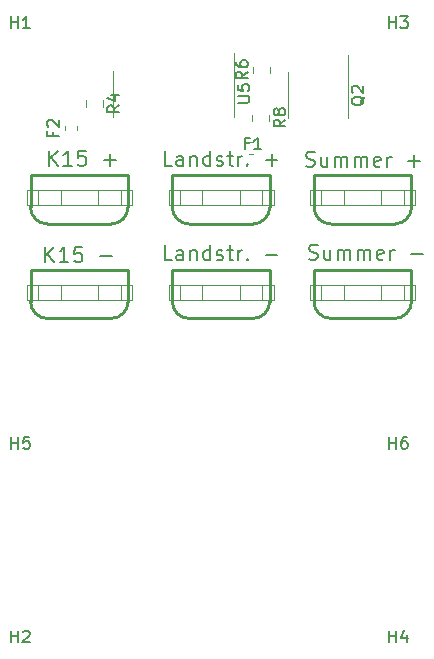
<source format=gbr>
%TF.GenerationSoftware,KiCad,Pcbnew,(5.1.5)-3*%
%TF.CreationDate,2021-03-01T19:21:26+01:00*%
%TF.ProjectId,LandstromWarnung,4c616e64-7374-4726-9f6d-5761726e756e,rev?*%
%TF.SameCoordinates,Original*%
%TF.FileFunction,Legend,Top*%
%TF.FilePolarity,Positive*%
%FSLAX46Y46*%
G04 Gerber Fmt 4.6, Leading zero omitted, Abs format (unit mm)*
G04 Created by KiCad (PCBNEW (5.1.5)-3) date 2021-03-01 19:21:26*
%MOMM*%
%LPD*%
G04 APERTURE LIST*
%ADD10C,0.254000*%
%ADD11C,0.066040*%
%ADD12C,0.120000*%
%ADD13C,0.150000*%
G04 APERTURE END LIST*
D10*
%TO.C,J3*%
X37872500Y-32800100D02*
G75*
G03X39294900Y-34222500I1422400J0D01*
G01*
X44705100Y-34222500D02*
G75*
G03X46127500Y-32800100I0J1422400D01*
G01*
X37872500Y-32800100D02*
X37872500Y-30095000D01*
X44705100Y-34222500D02*
X39294900Y-34222500D01*
X46127500Y-30095000D02*
X46127500Y-32800100D01*
X37872500Y-30095000D02*
X46127500Y-30095000D01*
D11*
X40412500Y-32635000D02*
X40412500Y-31365000D01*
X40412500Y-31365000D02*
X43587500Y-31365000D01*
X43587500Y-32635000D02*
X43587500Y-31365000D01*
X40412500Y-32635000D02*
X43587500Y-32635000D01*
X45492500Y-32635000D02*
X45492500Y-31365000D01*
X45492500Y-31365000D02*
X46445000Y-31365000D01*
X46445000Y-32635000D02*
X46445000Y-31365000D01*
X45492500Y-32635000D02*
X46445000Y-32635000D01*
X37555000Y-32635000D02*
X37555000Y-31365000D01*
X37555000Y-31365000D02*
X38507500Y-31365000D01*
X38507500Y-32635000D02*
X38507500Y-31365000D01*
X37555000Y-32635000D02*
X38507500Y-32635000D01*
X43587500Y-32635000D02*
X43587500Y-31365000D01*
X43587500Y-31365000D02*
X45492500Y-31365000D01*
X45492500Y-32635000D02*
X45492500Y-31365000D01*
X43587500Y-32635000D02*
X45492500Y-32635000D01*
X38507500Y-32635000D02*
X38507500Y-31365000D01*
X38507500Y-31365000D02*
X40412500Y-31365000D01*
X40412500Y-32635000D02*
X40412500Y-31365000D01*
X38507500Y-32635000D02*
X40412500Y-32635000D01*
D10*
%TO.C,J7*%
X25872500Y-24800100D02*
G75*
G03X27294900Y-26222500I1422400J0D01*
G01*
X32705100Y-26222500D02*
G75*
G03X34127500Y-24800100I0J1422400D01*
G01*
X25872500Y-24800100D02*
X25872500Y-22095000D01*
X32705100Y-26222500D02*
X27294900Y-26222500D01*
X34127500Y-22095000D02*
X34127500Y-24800100D01*
X25872500Y-22095000D02*
X34127500Y-22095000D01*
D11*
X28412500Y-24635000D02*
X28412500Y-23365000D01*
X28412500Y-23365000D02*
X31587500Y-23365000D01*
X31587500Y-24635000D02*
X31587500Y-23365000D01*
X28412500Y-24635000D02*
X31587500Y-24635000D01*
X33492500Y-24635000D02*
X33492500Y-23365000D01*
X33492500Y-23365000D02*
X34445000Y-23365000D01*
X34445000Y-24635000D02*
X34445000Y-23365000D01*
X33492500Y-24635000D02*
X34445000Y-24635000D01*
X25555000Y-24635000D02*
X25555000Y-23365000D01*
X25555000Y-23365000D02*
X26507500Y-23365000D01*
X26507500Y-24635000D02*
X26507500Y-23365000D01*
X25555000Y-24635000D02*
X26507500Y-24635000D01*
X31587500Y-24635000D02*
X31587500Y-23365000D01*
X31587500Y-23365000D02*
X33492500Y-23365000D01*
X33492500Y-24635000D02*
X33492500Y-23365000D01*
X31587500Y-24635000D02*
X33492500Y-24635000D01*
X26507500Y-24635000D02*
X26507500Y-23365000D01*
X26507500Y-23365000D02*
X28412500Y-23365000D01*
X28412500Y-24635000D02*
X28412500Y-23365000D01*
X26507500Y-24635000D02*
X28412500Y-24635000D01*
D10*
%TO.C,J8*%
X25872500Y-32800100D02*
G75*
G03X27294900Y-34222500I1422400J0D01*
G01*
X32705100Y-34222500D02*
G75*
G03X34127500Y-32800100I0J1422400D01*
G01*
X25872500Y-32800100D02*
X25872500Y-30095000D01*
X32705100Y-34222500D02*
X27294900Y-34222500D01*
X34127500Y-30095000D02*
X34127500Y-32800100D01*
X25872500Y-30095000D02*
X34127500Y-30095000D01*
D11*
X28412500Y-32635000D02*
X28412500Y-31365000D01*
X28412500Y-31365000D02*
X31587500Y-31365000D01*
X31587500Y-32635000D02*
X31587500Y-31365000D01*
X28412500Y-32635000D02*
X31587500Y-32635000D01*
X33492500Y-32635000D02*
X33492500Y-31365000D01*
X33492500Y-31365000D02*
X34445000Y-31365000D01*
X34445000Y-32635000D02*
X34445000Y-31365000D01*
X33492500Y-32635000D02*
X34445000Y-32635000D01*
X25555000Y-32635000D02*
X25555000Y-31365000D01*
X25555000Y-31365000D02*
X26507500Y-31365000D01*
X26507500Y-32635000D02*
X26507500Y-31365000D01*
X25555000Y-32635000D02*
X26507500Y-32635000D01*
X31587500Y-32635000D02*
X31587500Y-31365000D01*
X31587500Y-31365000D02*
X33492500Y-31365000D01*
X33492500Y-32635000D02*
X33492500Y-31365000D01*
X31587500Y-32635000D02*
X33492500Y-32635000D01*
X26507500Y-32635000D02*
X26507500Y-31365000D01*
X26507500Y-31365000D02*
X28412500Y-31365000D01*
X28412500Y-32635000D02*
X28412500Y-31365000D01*
X26507500Y-32635000D02*
X28412500Y-32635000D01*
D10*
%TO.C,J9*%
X13872500Y-24800100D02*
G75*
G03X15294900Y-26222500I1422400J0D01*
G01*
X20705100Y-26222500D02*
G75*
G03X22127500Y-24800100I0J1422400D01*
G01*
X13872500Y-24800100D02*
X13872500Y-22095000D01*
X20705100Y-26222500D02*
X15294900Y-26222500D01*
X22127500Y-22095000D02*
X22127500Y-24800100D01*
X13872500Y-22095000D02*
X22127500Y-22095000D01*
D11*
X16412500Y-24635000D02*
X16412500Y-23365000D01*
X16412500Y-23365000D02*
X19587500Y-23365000D01*
X19587500Y-24635000D02*
X19587500Y-23365000D01*
X16412500Y-24635000D02*
X19587500Y-24635000D01*
X21492500Y-24635000D02*
X21492500Y-23365000D01*
X21492500Y-23365000D02*
X22445000Y-23365000D01*
X22445000Y-24635000D02*
X22445000Y-23365000D01*
X21492500Y-24635000D02*
X22445000Y-24635000D01*
X13555000Y-24635000D02*
X13555000Y-23365000D01*
X13555000Y-23365000D02*
X14507500Y-23365000D01*
X14507500Y-24635000D02*
X14507500Y-23365000D01*
X13555000Y-24635000D02*
X14507500Y-24635000D01*
X19587500Y-24635000D02*
X19587500Y-23365000D01*
X19587500Y-23365000D02*
X21492500Y-23365000D01*
X21492500Y-24635000D02*
X21492500Y-23365000D01*
X19587500Y-24635000D02*
X21492500Y-24635000D01*
X14507500Y-24635000D02*
X14507500Y-23365000D01*
X14507500Y-23365000D02*
X16412500Y-23365000D01*
X16412500Y-24635000D02*
X16412500Y-23365000D01*
X14507500Y-24635000D02*
X16412500Y-24635000D01*
D10*
%TO.C,J10*%
X13872500Y-32800100D02*
G75*
G03X15294900Y-34222500I1422400J0D01*
G01*
X20705100Y-34222500D02*
G75*
G03X22127500Y-32800100I0J1422400D01*
G01*
X13872500Y-32800100D02*
X13872500Y-30095000D01*
X20705100Y-34222500D02*
X15294900Y-34222500D01*
X22127500Y-30095000D02*
X22127500Y-32800100D01*
X13872500Y-30095000D02*
X22127500Y-30095000D01*
D11*
X16412500Y-32635000D02*
X16412500Y-31365000D01*
X16412500Y-31365000D02*
X19587500Y-31365000D01*
X19587500Y-32635000D02*
X19587500Y-31365000D01*
X16412500Y-32635000D02*
X19587500Y-32635000D01*
X21492500Y-32635000D02*
X21492500Y-31365000D01*
X21492500Y-31365000D02*
X22445000Y-31365000D01*
X22445000Y-32635000D02*
X22445000Y-31365000D01*
X21492500Y-32635000D02*
X22445000Y-32635000D01*
X13555000Y-32635000D02*
X13555000Y-31365000D01*
X13555000Y-31365000D02*
X14507500Y-31365000D01*
X14507500Y-32635000D02*
X14507500Y-31365000D01*
X13555000Y-32635000D02*
X14507500Y-32635000D01*
X19587500Y-32635000D02*
X19587500Y-31365000D01*
X19587500Y-31365000D02*
X21492500Y-31365000D01*
X21492500Y-32635000D02*
X21492500Y-31365000D01*
X19587500Y-32635000D02*
X21492500Y-32635000D01*
X14507500Y-32635000D02*
X14507500Y-31365000D01*
X14507500Y-31365000D02*
X16412500Y-31365000D01*
X16412500Y-32635000D02*
X16412500Y-31365000D01*
X14507500Y-32635000D02*
X16412500Y-32635000D01*
D10*
%TO.C,J11*%
X37872500Y-24800100D02*
G75*
G03X39294900Y-26222500I1422400J0D01*
G01*
X44705100Y-26222500D02*
G75*
G03X46127500Y-24800100I0J1422400D01*
G01*
X37872500Y-24800100D02*
X37872500Y-22095000D01*
X44705100Y-26222500D02*
X39294900Y-26222500D01*
X46127500Y-22095000D02*
X46127500Y-24800100D01*
X37872500Y-22095000D02*
X46127500Y-22095000D01*
D11*
X40412500Y-24635000D02*
X40412500Y-23365000D01*
X40412500Y-23365000D02*
X43587500Y-23365000D01*
X43587500Y-24635000D02*
X43587500Y-23365000D01*
X40412500Y-24635000D02*
X43587500Y-24635000D01*
X45492500Y-24635000D02*
X45492500Y-23365000D01*
X45492500Y-23365000D02*
X46445000Y-23365000D01*
X46445000Y-24635000D02*
X46445000Y-23365000D01*
X45492500Y-24635000D02*
X46445000Y-24635000D01*
X37555000Y-24635000D02*
X37555000Y-23365000D01*
X37555000Y-23365000D02*
X38507500Y-23365000D01*
X38507500Y-24635000D02*
X38507500Y-23365000D01*
X37555000Y-24635000D02*
X38507500Y-24635000D01*
X43587500Y-24635000D02*
X43587500Y-23365000D01*
X43587500Y-23365000D02*
X45492500Y-23365000D01*
X45492500Y-24635000D02*
X45492500Y-23365000D01*
X43587500Y-24635000D02*
X45492500Y-24635000D01*
X38507500Y-24635000D02*
X38507500Y-23365000D01*
X38507500Y-23365000D02*
X40412500Y-23365000D01*
X40412500Y-24635000D02*
X40412500Y-23365000D01*
X38507500Y-24635000D02*
X40412500Y-24635000D01*
D12*
%TO.C,F2*%
X17782000Y-18292867D02*
X17782000Y-17950333D01*
X16762000Y-18292867D02*
X16762000Y-17950333D01*
%TO.C,F1*%
X32745467Y-19251200D02*
X32402933Y-19251200D01*
X32745467Y-20271200D02*
X32402933Y-20271200D01*
%TO.C,Q2*%
X35641600Y-15341600D02*
X35641600Y-17291600D01*
X35641600Y-15341600D02*
X35641600Y-13391600D01*
X40761600Y-15341600D02*
X40761600Y-17291600D01*
X40761600Y-15341600D02*
X40761600Y-11891600D01*
%TO.C,R4*%
X19988600Y-15766522D02*
X19988600Y-16283678D01*
X18568600Y-15766522D02*
X18568600Y-16283678D01*
%TO.C,R6*%
X32741800Y-13418078D02*
X32741800Y-12900922D01*
X34161800Y-13418078D02*
X34161800Y-12900922D01*
%TO.C,R8*%
X32640200Y-16964922D02*
X32640200Y-17482078D01*
X34060200Y-16964922D02*
X34060200Y-17482078D01*
%TO.C,U5*%
X20819600Y-15189200D02*
X20819600Y-17139200D01*
X20819600Y-15189200D02*
X20819600Y-13239200D01*
X31109600Y-15189200D02*
X31109600Y-17139200D01*
X31109600Y-15189200D02*
X31109600Y-11739200D01*
%TO.C,J3*%
D13*
X37452904Y-29190647D02*
X37634333Y-29251123D01*
X37936714Y-29251123D01*
X38057666Y-29190647D01*
X38118142Y-29130171D01*
X38178619Y-29009219D01*
X38178619Y-28888266D01*
X38118142Y-28767314D01*
X38057666Y-28706838D01*
X37936714Y-28646361D01*
X37694809Y-28585885D01*
X37573857Y-28525409D01*
X37513380Y-28464933D01*
X37452904Y-28343980D01*
X37452904Y-28223028D01*
X37513380Y-28102076D01*
X37573857Y-28041600D01*
X37694809Y-27981123D01*
X37997190Y-27981123D01*
X38178619Y-28041600D01*
X39267190Y-28404457D02*
X39267190Y-29251123D01*
X38722904Y-28404457D02*
X38722904Y-29069695D01*
X38783380Y-29190647D01*
X38904333Y-29251123D01*
X39085761Y-29251123D01*
X39206714Y-29190647D01*
X39267190Y-29130171D01*
X39871952Y-29251123D02*
X39871952Y-28404457D01*
X39871952Y-28525409D02*
X39932428Y-28464933D01*
X40053380Y-28404457D01*
X40234809Y-28404457D01*
X40355761Y-28464933D01*
X40416238Y-28585885D01*
X40416238Y-29251123D01*
X40416238Y-28585885D02*
X40476714Y-28464933D01*
X40597666Y-28404457D01*
X40779095Y-28404457D01*
X40900047Y-28464933D01*
X40960523Y-28585885D01*
X40960523Y-29251123D01*
X41565285Y-29251123D02*
X41565285Y-28404457D01*
X41565285Y-28525409D02*
X41625761Y-28464933D01*
X41746714Y-28404457D01*
X41928142Y-28404457D01*
X42049095Y-28464933D01*
X42109571Y-28585885D01*
X42109571Y-29251123D01*
X42109571Y-28585885D02*
X42170047Y-28464933D01*
X42291000Y-28404457D01*
X42472428Y-28404457D01*
X42593380Y-28464933D01*
X42653857Y-28585885D01*
X42653857Y-29251123D01*
X43742428Y-29190647D02*
X43621476Y-29251123D01*
X43379571Y-29251123D01*
X43258619Y-29190647D01*
X43198142Y-29069695D01*
X43198142Y-28585885D01*
X43258619Y-28464933D01*
X43379571Y-28404457D01*
X43621476Y-28404457D01*
X43742428Y-28464933D01*
X43802904Y-28585885D01*
X43802904Y-28706838D01*
X43198142Y-28827790D01*
X44347190Y-29251123D02*
X44347190Y-28404457D01*
X44347190Y-28646361D02*
X44407666Y-28525409D01*
X44468142Y-28464933D01*
X44589095Y-28404457D01*
X44710047Y-28404457D01*
X46101000Y-28767314D02*
X47068619Y-28767314D01*
%TO.C,J7*%
X25824542Y-21300923D02*
X25219780Y-21300923D01*
X25219780Y-20030923D01*
X26792161Y-21300923D02*
X26792161Y-20635685D01*
X26731685Y-20514733D01*
X26610733Y-20454257D01*
X26368828Y-20454257D01*
X26247876Y-20514733D01*
X26792161Y-21240447D02*
X26671209Y-21300923D01*
X26368828Y-21300923D01*
X26247876Y-21240447D01*
X26187400Y-21119495D01*
X26187400Y-20998542D01*
X26247876Y-20877590D01*
X26368828Y-20817114D01*
X26671209Y-20817114D01*
X26792161Y-20756638D01*
X27396923Y-20454257D02*
X27396923Y-21300923D01*
X27396923Y-20575209D02*
X27457400Y-20514733D01*
X27578352Y-20454257D01*
X27759780Y-20454257D01*
X27880733Y-20514733D01*
X27941209Y-20635685D01*
X27941209Y-21300923D01*
X29090257Y-21300923D02*
X29090257Y-20030923D01*
X29090257Y-21240447D02*
X28969304Y-21300923D01*
X28727400Y-21300923D01*
X28606447Y-21240447D01*
X28545971Y-21179971D01*
X28485495Y-21059019D01*
X28485495Y-20696161D01*
X28545971Y-20575209D01*
X28606447Y-20514733D01*
X28727400Y-20454257D01*
X28969304Y-20454257D01*
X29090257Y-20514733D01*
X29634542Y-21240447D02*
X29755495Y-21300923D01*
X29997400Y-21300923D01*
X30118352Y-21240447D01*
X30178828Y-21119495D01*
X30178828Y-21059019D01*
X30118352Y-20938066D01*
X29997400Y-20877590D01*
X29815971Y-20877590D01*
X29695019Y-20817114D01*
X29634542Y-20696161D01*
X29634542Y-20635685D01*
X29695019Y-20514733D01*
X29815971Y-20454257D01*
X29997400Y-20454257D01*
X30118352Y-20514733D01*
X30541685Y-20454257D02*
X31025495Y-20454257D01*
X30723114Y-20030923D02*
X30723114Y-21119495D01*
X30783590Y-21240447D01*
X30904542Y-21300923D01*
X31025495Y-21300923D01*
X31448828Y-21300923D02*
X31448828Y-20454257D01*
X31448828Y-20696161D02*
X31509304Y-20575209D01*
X31569780Y-20514733D01*
X31690733Y-20454257D01*
X31811685Y-20454257D01*
X32235019Y-21179971D02*
X32295495Y-21240447D01*
X32235019Y-21300923D01*
X32174542Y-21240447D01*
X32235019Y-21179971D01*
X32235019Y-21300923D01*
X33807400Y-20817114D02*
X34775019Y-20817114D01*
X34291209Y-21300923D02*
X34291209Y-20333304D01*
%TO.C,J8*%
X25827142Y-29297923D02*
X25222380Y-29297923D01*
X25222380Y-28027923D01*
X26794761Y-29297923D02*
X26794761Y-28632685D01*
X26734285Y-28511733D01*
X26613333Y-28451257D01*
X26371428Y-28451257D01*
X26250476Y-28511733D01*
X26794761Y-29237447D02*
X26673809Y-29297923D01*
X26371428Y-29297923D01*
X26250476Y-29237447D01*
X26190000Y-29116495D01*
X26190000Y-28995542D01*
X26250476Y-28874590D01*
X26371428Y-28814114D01*
X26673809Y-28814114D01*
X26794761Y-28753638D01*
X27399523Y-28451257D02*
X27399523Y-29297923D01*
X27399523Y-28572209D02*
X27460000Y-28511733D01*
X27580952Y-28451257D01*
X27762380Y-28451257D01*
X27883333Y-28511733D01*
X27943809Y-28632685D01*
X27943809Y-29297923D01*
X29092857Y-29297923D02*
X29092857Y-28027923D01*
X29092857Y-29237447D02*
X28971904Y-29297923D01*
X28730000Y-29297923D01*
X28609047Y-29237447D01*
X28548571Y-29176971D01*
X28488095Y-29056019D01*
X28488095Y-28693161D01*
X28548571Y-28572209D01*
X28609047Y-28511733D01*
X28730000Y-28451257D01*
X28971904Y-28451257D01*
X29092857Y-28511733D01*
X29637142Y-29237447D02*
X29758095Y-29297923D01*
X30000000Y-29297923D01*
X30120952Y-29237447D01*
X30181428Y-29116495D01*
X30181428Y-29056019D01*
X30120952Y-28935066D01*
X30000000Y-28874590D01*
X29818571Y-28874590D01*
X29697619Y-28814114D01*
X29637142Y-28693161D01*
X29637142Y-28632685D01*
X29697619Y-28511733D01*
X29818571Y-28451257D01*
X30000000Y-28451257D01*
X30120952Y-28511733D01*
X30544285Y-28451257D02*
X31028095Y-28451257D01*
X30725714Y-28027923D02*
X30725714Y-29116495D01*
X30786190Y-29237447D01*
X30907142Y-29297923D01*
X31028095Y-29297923D01*
X31451428Y-29297923D02*
X31451428Y-28451257D01*
X31451428Y-28693161D02*
X31511904Y-28572209D01*
X31572380Y-28511733D01*
X31693333Y-28451257D01*
X31814285Y-28451257D01*
X32237619Y-29176971D02*
X32298095Y-29237447D01*
X32237619Y-29297923D01*
X32177142Y-29237447D01*
X32237619Y-29176971D01*
X32237619Y-29297923D01*
X33810000Y-28814114D02*
X34777619Y-28814114D01*
%TO.C,J9*%
X15450457Y-21275523D02*
X15450457Y-20005523D01*
X16176171Y-21275523D02*
X15631885Y-20549809D01*
X16176171Y-20005523D02*
X15450457Y-20731238D01*
X17385695Y-21275523D02*
X16659980Y-21275523D01*
X17022838Y-21275523D02*
X17022838Y-20005523D01*
X16901885Y-20186952D01*
X16780933Y-20307904D01*
X16659980Y-20368380D01*
X18534742Y-20005523D02*
X17929980Y-20005523D01*
X17869504Y-20610285D01*
X17929980Y-20549809D01*
X18050933Y-20489333D01*
X18353314Y-20489333D01*
X18474266Y-20549809D01*
X18534742Y-20610285D01*
X18595219Y-20731238D01*
X18595219Y-21033619D01*
X18534742Y-21154571D01*
X18474266Y-21215047D01*
X18353314Y-21275523D01*
X18050933Y-21275523D01*
X17929980Y-21215047D01*
X17869504Y-21154571D01*
X20107123Y-20791714D02*
X21074742Y-20791714D01*
X20590933Y-21275523D02*
X20590933Y-20307904D01*
%TO.C,J10*%
X15120257Y-29454323D02*
X15120257Y-28184323D01*
X15845971Y-29454323D02*
X15301685Y-28728609D01*
X15845971Y-28184323D02*
X15120257Y-28910038D01*
X17055495Y-29454323D02*
X16329780Y-29454323D01*
X16692638Y-29454323D02*
X16692638Y-28184323D01*
X16571685Y-28365752D01*
X16450733Y-28486704D01*
X16329780Y-28547180D01*
X18204542Y-28184323D02*
X17599780Y-28184323D01*
X17539304Y-28789085D01*
X17599780Y-28728609D01*
X17720733Y-28668133D01*
X18023114Y-28668133D01*
X18144066Y-28728609D01*
X18204542Y-28789085D01*
X18265019Y-28910038D01*
X18265019Y-29212419D01*
X18204542Y-29333371D01*
X18144066Y-29393847D01*
X18023114Y-29454323D01*
X17720733Y-29454323D01*
X17599780Y-29393847D01*
X17539304Y-29333371D01*
X19776923Y-28970514D02*
X20744542Y-28970514D01*
%TO.C,J11*%
X37198904Y-21316647D02*
X37380333Y-21377123D01*
X37682714Y-21377123D01*
X37803666Y-21316647D01*
X37864142Y-21256171D01*
X37924619Y-21135219D01*
X37924619Y-21014266D01*
X37864142Y-20893314D01*
X37803666Y-20832838D01*
X37682714Y-20772361D01*
X37440809Y-20711885D01*
X37319857Y-20651409D01*
X37259380Y-20590933D01*
X37198904Y-20469980D01*
X37198904Y-20349028D01*
X37259380Y-20228076D01*
X37319857Y-20167600D01*
X37440809Y-20107123D01*
X37743190Y-20107123D01*
X37924619Y-20167600D01*
X39013190Y-20530457D02*
X39013190Y-21377123D01*
X38468904Y-20530457D02*
X38468904Y-21195695D01*
X38529380Y-21316647D01*
X38650333Y-21377123D01*
X38831761Y-21377123D01*
X38952714Y-21316647D01*
X39013190Y-21256171D01*
X39617952Y-21377123D02*
X39617952Y-20530457D01*
X39617952Y-20651409D02*
X39678428Y-20590933D01*
X39799380Y-20530457D01*
X39980809Y-20530457D01*
X40101761Y-20590933D01*
X40162238Y-20711885D01*
X40162238Y-21377123D01*
X40162238Y-20711885D02*
X40222714Y-20590933D01*
X40343666Y-20530457D01*
X40525095Y-20530457D01*
X40646047Y-20590933D01*
X40706523Y-20711885D01*
X40706523Y-21377123D01*
X41311285Y-21377123D02*
X41311285Y-20530457D01*
X41311285Y-20651409D02*
X41371761Y-20590933D01*
X41492714Y-20530457D01*
X41674142Y-20530457D01*
X41795095Y-20590933D01*
X41855571Y-20711885D01*
X41855571Y-21377123D01*
X41855571Y-20711885D02*
X41916047Y-20590933D01*
X42037000Y-20530457D01*
X42218428Y-20530457D01*
X42339380Y-20590933D01*
X42399857Y-20711885D01*
X42399857Y-21377123D01*
X43488428Y-21316647D02*
X43367476Y-21377123D01*
X43125571Y-21377123D01*
X43004619Y-21316647D01*
X42944142Y-21195695D01*
X42944142Y-20711885D01*
X43004619Y-20590933D01*
X43125571Y-20530457D01*
X43367476Y-20530457D01*
X43488428Y-20590933D01*
X43548904Y-20711885D01*
X43548904Y-20832838D01*
X42944142Y-20953790D01*
X44093190Y-21377123D02*
X44093190Y-20530457D01*
X44093190Y-20772361D02*
X44153666Y-20651409D01*
X44214142Y-20590933D01*
X44335095Y-20530457D01*
X44456047Y-20530457D01*
X45847000Y-20893314D02*
X46814619Y-20893314D01*
X46330809Y-21377123D02*
X46330809Y-20409504D01*
%TO.C,F2*%
X15770571Y-18454933D02*
X15770571Y-18788266D01*
X16294380Y-18788266D02*
X15294380Y-18788266D01*
X15294380Y-18312076D01*
X15389619Y-17978742D02*
X15342000Y-17931123D01*
X15294380Y-17835885D01*
X15294380Y-17597790D01*
X15342000Y-17502552D01*
X15389619Y-17454933D01*
X15484857Y-17407314D01*
X15580095Y-17407314D01*
X15722952Y-17454933D01*
X16294380Y-18026361D01*
X16294380Y-17407314D01*
%TO.C,F1*%
X32331066Y-19384971D02*
X31997733Y-19384971D01*
X31997733Y-19908780D02*
X31997733Y-18908780D01*
X32473923Y-18908780D01*
X33378685Y-19908780D02*
X32807257Y-19908780D01*
X33092971Y-19908780D02*
X33092971Y-18908780D01*
X32997733Y-19051638D01*
X32902495Y-19146876D01*
X32807257Y-19194495D01*
%TO.C,H6*%
X44238095Y-45252380D02*
X44238095Y-44252380D01*
X44238095Y-44728571D02*
X44809523Y-44728571D01*
X44809523Y-45252380D02*
X44809523Y-44252380D01*
X45714285Y-44252380D02*
X45523809Y-44252380D01*
X45428571Y-44300000D01*
X45380952Y-44347619D01*
X45285714Y-44490476D01*
X45238095Y-44680952D01*
X45238095Y-45061904D01*
X45285714Y-45157142D01*
X45333333Y-45204761D01*
X45428571Y-45252380D01*
X45619047Y-45252380D01*
X45714285Y-45204761D01*
X45761904Y-45157142D01*
X45809523Y-45061904D01*
X45809523Y-44823809D01*
X45761904Y-44728571D01*
X45714285Y-44680952D01*
X45619047Y-44633333D01*
X45428571Y-44633333D01*
X45333333Y-44680952D01*
X45285714Y-44728571D01*
X45238095Y-44823809D01*
%TO.C,H5*%
X12238095Y-45252380D02*
X12238095Y-44252380D01*
X12238095Y-44728571D02*
X12809523Y-44728571D01*
X12809523Y-45252380D02*
X12809523Y-44252380D01*
X13761904Y-44252380D02*
X13285714Y-44252380D01*
X13238095Y-44728571D01*
X13285714Y-44680952D01*
X13380952Y-44633333D01*
X13619047Y-44633333D01*
X13714285Y-44680952D01*
X13761904Y-44728571D01*
X13809523Y-44823809D01*
X13809523Y-45061904D01*
X13761904Y-45157142D01*
X13714285Y-45204761D01*
X13619047Y-45252380D01*
X13380952Y-45252380D01*
X13285714Y-45204761D01*
X13238095Y-45157142D01*
%TO.C,H1*%
X12238095Y-9652380D02*
X12238095Y-8652380D01*
X12238095Y-9128571D02*
X12809523Y-9128571D01*
X12809523Y-9652380D02*
X12809523Y-8652380D01*
X13809523Y-9652380D02*
X13238095Y-9652380D01*
X13523809Y-9652380D02*
X13523809Y-8652380D01*
X13428571Y-8795238D01*
X13333333Y-8890476D01*
X13238095Y-8938095D01*
%TO.C,H2*%
X12238095Y-61652380D02*
X12238095Y-60652380D01*
X12238095Y-61128571D02*
X12809523Y-61128571D01*
X12809523Y-61652380D02*
X12809523Y-60652380D01*
X13238095Y-60747619D02*
X13285714Y-60700000D01*
X13380952Y-60652380D01*
X13619047Y-60652380D01*
X13714285Y-60700000D01*
X13761904Y-60747619D01*
X13809523Y-60842857D01*
X13809523Y-60938095D01*
X13761904Y-61080952D01*
X13190476Y-61652380D01*
X13809523Y-61652380D01*
%TO.C,H3*%
X44238095Y-9652380D02*
X44238095Y-8652380D01*
X44238095Y-9128571D02*
X44809523Y-9128571D01*
X44809523Y-9652380D02*
X44809523Y-8652380D01*
X45190476Y-8652380D02*
X45809523Y-8652380D01*
X45476190Y-9033333D01*
X45619047Y-9033333D01*
X45714285Y-9080952D01*
X45761904Y-9128571D01*
X45809523Y-9223809D01*
X45809523Y-9461904D01*
X45761904Y-9557142D01*
X45714285Y-9604761D01*
X45619047Y-9652380D01*
X45333333Y-9652380D01*
X45238095Y-9604761D01*
X45190476Y-9557142D01*
%TO.C,H4*%
X44238095Y-61652380D02*
X44238095Y-60652380D01*
X44238095Y-61128571D02*
X44809523Y-61128571D01*
X44809523Y-61652380D02*
X44809523Y-60652380D01*
X45714285Y-60985714D02*
X45714285Y-61652380D01*
X45476190Y-60604761D02*
X45238095Y-61319047D01*
X45857142Y-61319047D01*
%TO.C,Q2*%
X42149219Y-15436838D02*
X42101600Y-15532076D01*
X42006361Y-15627314D01*
X41863504Y-15770171D01*
X41815885Y-15865409D01*
X41815885Y-15960647D01*
X42053980Y-15913028D02*
X42006361Y-16008266D01*
X41911123Y-16103504D01*
X41720647Y-16151123D01*
X41387314Y-16151123D01*
X41196838Y-16103504D01*
X41101600Y-16008266D01*
X41053980Y-15913028D01*
X41053980Y-15722552D01*
X41101600Y-15627314D01*
X41196838Y-15532076D01*
X41387314Y-15484457D01*
X41720647Y-15484457D01*
X41911123Y-15532076D01*
X42006361Y-15627314D01*
X42053980Y-15722552D01*
X42053980Y-15913028D01*
X41149219Y-15103504D02*
X41101600Y-15055885D01*
X41053980Y-14960647D01*
X41053980Y-14722552D01*
X41101600Y-14627314D01*
X41149219Y-14579695D01*
X41244457Y-14532076D01*
X41339695Y-14532076D01*
X41482552Y-14579695D01*
X42053980Y-15151123D01*
X42053980Y-14532076D01*
%TO.C,R4*%
X21380980Y-16191766D02*
X20904790Y-16525100D01*
X21380980Y-16763195D02*
X20380980Y-16763195D01*
X20380980Y-16382242D01*
X20428600Y-16287004D01*
X20476219Y-16239385D01*
X20571457Y-16191766D01*
X20714314Y-16191766D01*
X20809552Y-16239385D01*
X20857171Y-16287004D01*
X20904790Y-16382242D01*
X20904790Y-16763195D01*
X20714314Y-15334623D02*
X21380980Y-15334623D01*
X20333361Y-15572719D02*
X21047647Y-15810814D01*
X21047647Y-15191766D01*
%TO.C,R6*%
X32254180Y-13326166D02*
X31777990Y-13659500D01*
X32254180Y-13897595D02*
X31254180Y-13897595D01*
X31254180Y-13516642D01*
X31301800Y-13421404D01*
X31349419Y-13373785D01*
X31444657Y-13326166D01*
X31587514Y-13326166D01*
X31682752Y-13373785D01*
X31730371Y-13421404D01*
X31777990Y-13516642D01*
X31777990Y-13897595D01*
X31254180Y-12469023D02*
X31254180Y-12659500D01*
X31301800Y-12754738D01*
X31349419Y-12802357D01*
X31492276Y-12897595D01*
X31682752Y-12945214D01*
X32063704Y-12945214D01*
X32158942Y-12897595D01*
X32206561Y-12849976D01*
X32254180Y-12754738D01*
X32254180Y-12564261D01*
X32206561Y-12469023D01*
X32158942Y-12421404D01*
X32063704Y-12373785D01*
X31825609Y-12373785D01*
X31730371Y-12421404D01*
X31682752Y-12469023D01*
X31635133Y-12564261D01*
X31635133Y-12754738D01*
X31682752Y-12849976D01*
X31730371Y-12897595D01*
X31825609Y-12945214D01*
%TO.C,R8*%
X35452580Y-17390166D02*
X34976390Y-17723500D01*
X35452580Y-17961595D02*
X34452580Y-17961595D01*
X34452580Y-17580642D01*
X34500200Y-17485404D01*
X34547819Y-17437785D01*
X34643057Y-17390166D01*
X34785914Y-17390166D01*
X34881152Y-17437785D01*
X34928771Y-17485404D01*
X34976390Y-17580642D01*
X34976390Y-17961595D01*
X34881152Y-16818738D02*
X34833533Y-16913976D01*
X34785914Y-16961595D01*
X34690676Y-17009214D01*
X34643057Y-17009214D01*
X34547819Y-16961595D01*
X34500200Y-16913976D01*
X34452580Y-16818738D01*
X34452580Y-16628261D01*
X34500200Y-16533023D01*
X34547819Y-16485404D01*
X34643057Y-16437785D01*
X34690676Y-16437785D01*
X34785914Y-16485404D01*
X34833533Y-16533023D01*
X34881152Y-16628261D01*
X34881152Y-16818738D01*
X34928771Y-16913976D01*
X34976390Y-16961595D01*
X35071628Y-17009214D01*
X35262104Y-17009214D01*
X35357342Y-16961595D01*
X35404961Y-16913976D01*
X35452580Y-16818738D01*
X35452580Y-16628261D01*
X35404961Y-16533023D01*
X35357342Y-16485404D01*
X35262104Y-16437785D01*
X35071628Y-16437785D01*
X34976390Y-16485404D01*
X34928771Y-16533023D01*
X34881152Y-16628261D01*
%TO.C,U5*%
X31401980Y-15951104D02*
X32211504Y-15951104D01*
X32306742Y-15903485D01*
X32354361Y-15855866D01*
X32401980Y-15760628D01*
X32401980Y-15570152D01*
X32354361Y-15474914D01*
X32306742Y-15427295D01*
X32211504Y-15379676D01*
X31401980Y-15379676D01*
X31401980Y-14427295D02*
X31401980Y-14903485D01*
X31878171Y-14951104D01*
X31830552Y-14903485D01*
X31782933Y-14808247D01*
X31782933Y-14570152D01*
X31830552Y-14474914D01*
X31878171Y-14427295D01*
X31973409Y-14379676D01*
X32211504Y-14379676D01*
X32306742Y-14427295D01*
X32354361Y-14474914D01*
X32401980Y-14570152D01*
X32401980Y-14808247D01*
X32354361Y-14903485D01*
X32306742Y-14951104D01*
%TD*%
M02*

</source>
